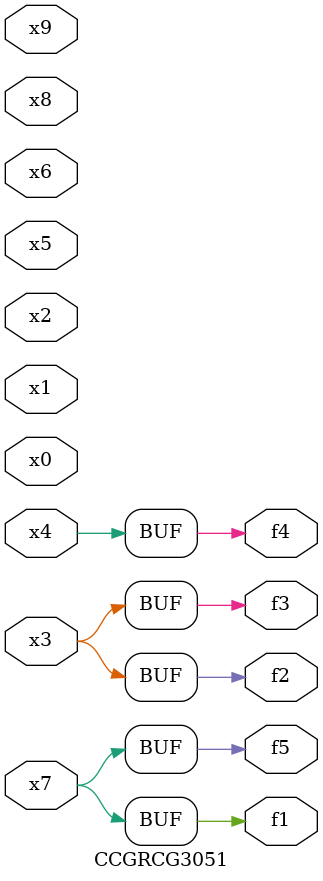
<source format=v>
module CCGRCG3051(
	input x0, x1, x2, x3, x4, x5, x6, x7, x8, x9,
	output f1, f2, f3, f4, f5
);
	assign f1 = x7;
	assign f2 = x3;
	assign f3 = x3;
	assign f4 = x4;
	assign f5 = x7;
endmodule

</source>
